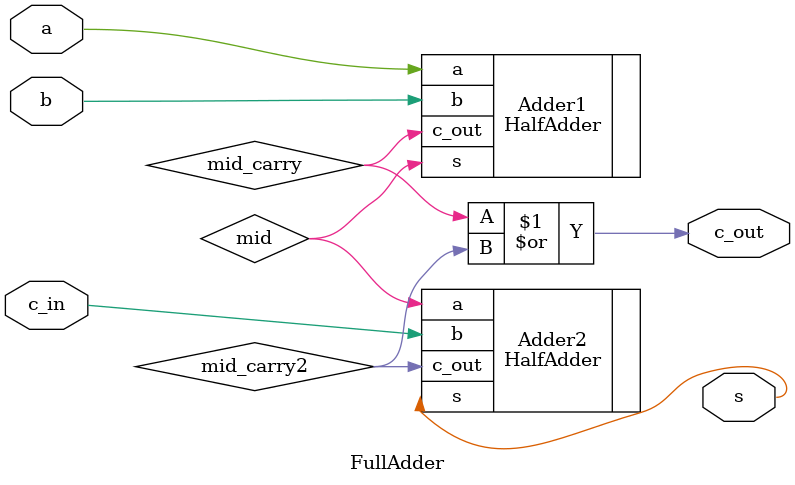
<source format=v>

module FullAdder(
	input a, b, c_in,
	output s, c_out 
);

// Aux wires for intermediate results
wire mid; 
// Aux wires for intermediate carries
wire mid_carry, mid_carry2;


// Create 2 instances of half adder
HalfAdder Adder1 (
	.a(a),
	.b(b),
	.s(mid),
	.c_out(mid_carry)
);

HalfAdder Adder2(
	.a(mid),
	.b(c_in),
	.s(s),
	.c_out(mid_carry2)
);

// Update carry with both intermediate carries
assign  c_out = mid_carry | mid_carry2;

endmodule 
</source>
